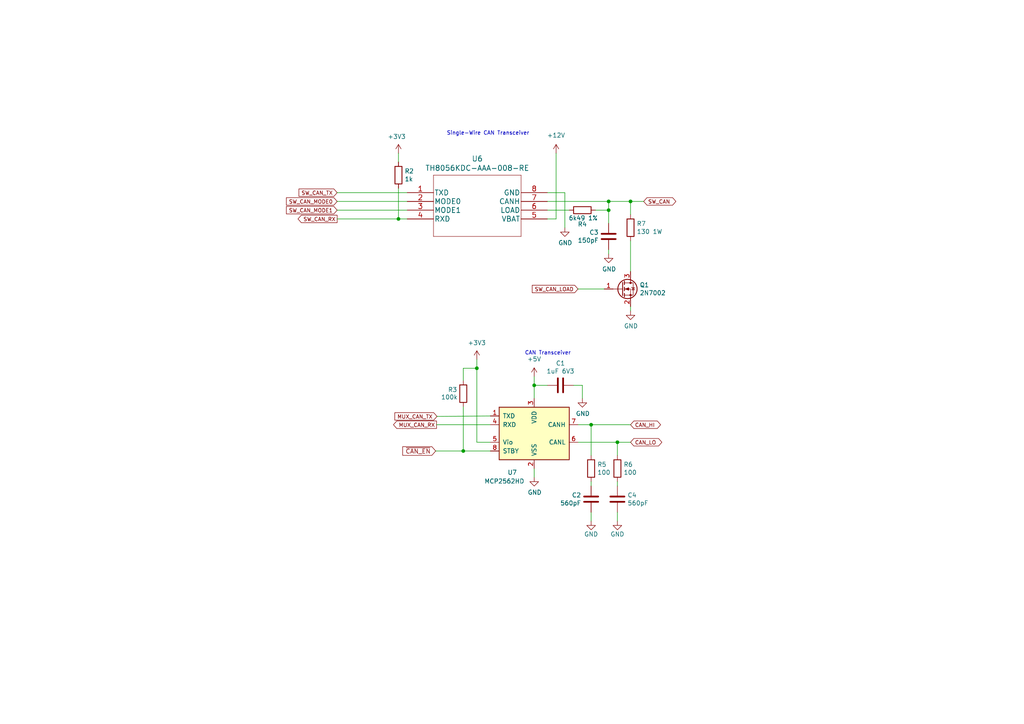
<source format=kicad_sch>
(kicad_sch (version 20211123) (generator eeschema)
  (paper "A4")
  (title_block (title "OBDII-Feather Interface") (date "2023-03-13") (rev "1.0") (company "Gavin Hurlbut"))
  (lib_symbols
    (symbol "Device:C" (pin_numbers hide) (pin_names (offset 0.254))
      (property "Reference" "C" (at 0.635 2.54 0))
      (property "Value" "C" (at 0.635 -2.54 0))
      (symbol "C_0_1"
        (polyline (pts (xy -2.032 -0.762) (xy 2.032 -0.762)) (stroke (width 0.508)))
        (polyline (pts (xy -2.032 0.762) (xy 2.032 0.762)) (stroke (width 0.508)))
      )
      (symbol "C_1_1"
        (pin passive line (at 0 3.81 270) (length 2.794) (name "~") (number "1"))
        (pin passive line (at 0 -3.81 90) (length 2.794) (name "~") (number "2"))
      )
    )
    (symbol "Device:R" (pin_numbers hide) (pin_names (offset 0))
      (property "Reference" "R" (at 2.032 0 90))
      (property "Value" "R" (at 0 0 90))
      (symbol "R_0_1"
        (rectangle (start -1.016 -2.54) (end 1.016 2.54) (stroke (width 0.254)))
      )
      (symbol "R_1_1"
        (pin passive line (at 0 3.81 270) (length 1.27) (name "~") (number "1"))
        (pin passive line (at 0 -3.81 90) (length 1.27) (name "~") (number "2"))
      )
    )
    (symbol "Interface_CAN_LIN:MCP2562-H-SN" (pin_names (offset 1.016))
      (property "Reference" "U" (at -10.16 8.89 0))
      (property "Value" "MCP2562-H-SN" (at 2.54 8.89 0))
      (symbol "MCP2562-H-SN_0_1"
        (rectangle (start -10.16 7.62) (end 10.16 -7.62) (stroke (width 0.254)) (fill (type background)))
      )
      (symbol "MCP2562-H-SN_1_1"
        (pin input line (at -12.7 5.08 0) (length 2.54) (name "TXD") (number "1"))
        (pin power_in line (at 0 -10.16 90) (length 2.54) (name "VSS") (number "2"))
        (pin power_in line (at 0 10.16 270) (length 2.54) (name "VDD") (number "3"))
        (pin output line (at -12.7 2.54 0) (length 2.54) (name "RXD") (number "4"))
        (pin power_in line (at -12.7 -2.54 0) (length 2.54) (name "Vio") (number "5"))
        (pin bidirectional line (at 12.7 -2.54 180) (length 2.54) (name "CANL") (number "6"))
        (pin bidirectional line (at 12.7 2.54 180) (length 2.54) (name "CANH") (number "7"))
        (pin input line (at -12.7 -5.08 0) (length 2.54) (name "STBY") (number "8"))
      )
    )
    (symbol "Transistor_FET:2N7002" (pin_names hide)
      (property "Reference" "Q" (at 5.08 1.905 0))
      (property "Value" "2N7002" (at 5.08 0 0))
      (symbol "2N7002_0_1"
        (polyline (pts (xy 0.254 0) (xy -2.54 0)))
        (polyline (pts (xy 0.254 1.905) (xy 0.254 -1.905)) (stroke (width 0.254)))
        (polyline (pts (xy 0.762 -1.27) (xy 0.762 -2.286)) (stroke (width 0.254)))
        (polyline (pts (xy 0.762 0.508) (xy 0.762 -0.508)) (stroke (width 0.254)))
        (polyline (pts (xy 0.762 2.286) (xy 0.762 1.27)) (stroke (width 0.254)))
        (polyline (pts (xy 2.54 2.54) (xy 2.54 1.778)))
        (polyline (pts (xy 2.54 -2.54) (xy 2.54 0) (xy 0.762 0)))
        (polyline (pts (xy 0.762 -1.778) (xy 3.302 -1.778) (xy 3.302 1.778) (xy 0.762 1.778)))
        (polyline (pts (xy 1.016 0) (xy 2.032 0.381) (xy 2.032 -0.381) (xy 1.016 0)) (fill (type outline)))
        (polyline (pts (xy 2.794 0.508) (xy 2.921 0.381) (xy 3.683 0.381) (xy 3.81 0.254)))
        (polyline (pts (xy 3.302 0.381) (xy 2.921 -0.254) (xy 3.683 -0.254) (xy 3.302 0.381)))
        (circle (center 1.651 0) (radius 2.794) (stroke (width 0.254)))
        (circle (center 2.54 -1.778) (radius 0.254) (fill (type outline)))
        (circle (center 2.54 1.778) (radius 0.254) (fill (type outline)))
      )
      (symbol "2N7002_1_1"
        (pin input line (at -5.08 0 0) (length 2.54) (name "G") (number "1"))
        (pin passive line (at 2.54 -5.08 90) (length 2.54) (name "S") (number "2"))
        (pin passive line (at 2.54 5.08 270) (length 2.54) (name "D") (number "3"))
      )
    )
    (symbol "UltraLibrarian:TH8056KDC-AAA-008-RE" (pin_names (offset 0.254))
      (property "Reference" "U" (at 20.32 10.16 0))
      (property "Value" "TH8056KDC-AAA-008-RE" (at 20.32 7.62 0))
      (symbol "TH8056KDC-AAA-008-RE_1_1"
        (polyline (pts (xy 7.62 -12.7) (xy 33.02 -12.7)) (stroke (width 0.127)))
        (polyline (pts (xy 7.62 5.08) (xy 7.62 -12.7)) (stroke (width 0.127)))
        (polyline (pts (xy 33.02 -12.7) (xy 33.02 5.08)) (stroke (width 0.127)))
        (polyline (pts (xy 33.02 5.08) (xy 7.62 5.08)) (stroke (width 0.127)))
        (pin unspecified line (at 0 0 0) (length 7.62) (name "TXD") (number "1"))
        (pin unspecified line (at 0 -2.54 0) (length 7.62) (name "MODE0") (number "2"))
        (pin unspecified line (at 0 -5.08 0) (length 7.62) (name "MODE1") (number "3"))
        (pin unspecified line (at 0 -7.62 0) (length 7.62) (name "RXD") (number "4"))
        (pin output line (at 40.64 -7.62 180) (length 7.62) (name "VBAT") (number "5"))
        (pin unspecified line (at 40.64 -5.08 180) (length 7.62) (name "LOAD") (number "6"))
        (pin unspecified line (at 40.64 -2.54 180) (length 7.62) (name "CANH") (number "7"))
        (pin power_in line (at 40.64 0 180) (length 7.62) (name "GND") (number "8"))
      )
    )
    (symbol "power:+12V" (power) (pin_names (offset 0))
      (property "Value" "+12V" (at 0 3.556 0))
      (symbol "+12V_0_1"
        (polyline (pts (xy -0.762 1.27) (xy 0 2.54)))
        (polyline (pts (xy 0 0) (xy 0 2.54)))
        (polyline (pts (xy 0 2.54) (xy 0.762 1.27)))
      )
      (symbol "+12V_1_1"
        (pin power_in line (at 0 0 90) (length 0) hide (name "+12V") (number "1"))
      )
    )
    (symbol "power:+3V3" (power) (pin_names (offset 0))
      (property "Value" "+3V3" (at 0 3.556 0))
      (symbol "+3V3_0_1"
        (polyline (pts (xy -0.762 1.27) (xy 0 2.54)))
        (polyline (pts (xy 0 0) (xy 0 2.54)))
        (polyline (pts (xy 0 2.54) (xy 0.762 1.27)))
      )
      (symbol "+3V3_1_1"
        (pin power_in line (at 0 0 90) (length 0) hide (name "+3V3") (number "1"))
      )
    )
    (symbol "power:+5V" (power) (pin_names (offset 0))
      (property "Value" "+5V" (at 0 3.556 0))
      (symbol "+5V_0_1"
        (polyline (pts (xy -0.762 1.27) (xy 0 2.54)))
        (polyline (pts (xy 0 0) (xy 0 2.54)))
        (polyline (pts (xy 0 2.54) (xy 0.762 1.27)))
      )
      (symbol "+5V_1_1"
        (pin power_in line (at 0 0 90) (length 0) hide (name "+5V") (number "1"))
      )
    )
    (symbol "power:GND" (power) (pin_names (offset 0))
      (property "Value" "GND" (at 0 -3.81 0))
      (symbol "GND_0_1"
        (polyline (pts (xy 0 0) (xy 0 -1.27) (xy 1.27 -1.27) (xy 0 -2.54) (xy -1.27 -1.27) (xy 0 -1.27)))
      )
      (symbol "GND_1_1"
        (pin power_in line (at 0 0 270) (length 0) hide (name "GND") (number "1"))
      )
    )
  )
  (junction (at 176.53 60.96))
  (junction (at 171.45 123.19))
  (junction (at 176.53 58.42))
  (junction (at 182.88 58.42))
  (junction (at 138.303 106.807))
  (junction (at 154.94 111.76))
  (junction (at 115.57 63.5))
  (junction (at 134.366 130.81))
  (junction (at 179.07 128.27))
  (wire (pts (xy 167.64 83.82) (xy 175.26 83.82)))
  (wire (pts (xy 163.83 55.88) (xy 163.83 66.04)))
  (wire (pts (xy 97.79 58.42) (xy 118.11 58.42)))
  (wire (pts (xy 167.64 128.27) (xy 179.07 128.27)))
  (wire (pts (xy 158.75 58.42) (xy 176.53 58.42)))
  (wire (pts (xy 134.366 117.983) (xy 134.366 130.81)))
  (wire (pts (xy 134.366 106.807) (xy 138.303 106.807)))
  (wire (pts (xy 126.365 130.81) (xy 134.366 130.81)))
  (wire (pts (xy 97.79 60.96) (xy 118.11 60.96)))
  (wire (pts (xy 158.75 60.96) (xy 165.1 60.96)))
  (wire (pts (xy 154.94 135.89) (xy 154.94 138.43)))
  (wire (pts (xy 138.303 128.27) (xy 138.303 106.807)))
  (wire (pts (xy 171.45 132.08) (xy 171.45 123.19)))
  (wire (pts (xy 134.366 130.81) (xy 142.24 130.81)))
  (wire (pts (xy 134.366 110.363) (xy 134.366 106.807)))
  (wire (pts (xy 126.619 123.19) (xy 142.24 123.19)))
  (wire (pts (xy 182.88 88.9) (xy 182.88 90.17)))
  (wire (pts (xy 171.45 139.7) (xy 171.45 140.97)))
  (wire (pts (xy 115.57 44.45) (xy 115.57 46.99)))
  (wire (pts (xy 179.07 139.7) (xy 179.07 140.97)))
  (wire (pts (xy 158.75 55.88) (xy 163.83 55.88)))
  (wire (pts (xy 171.45 123.19) (xy 167.64 123.19)))
  (wire (pts (xy 97.79 63.5) (xy 115.57 63.5)))
  (wire (pts (xy 154.94 111.76) (xy 158.75 111.76)))
  (wire (pts (xy 168.91 111.76) (xy 168.91 115.57)))
  (wire (pts (xy 142.24 128.27) (xy 138.303 128.27)))
  (wire (pts (xy 182.88 58.42) (xy 186.69 58.42)))
  (wire (pts (xy 179.07 128.27) (xy 179.07 132.08)))
  (wire (pts (xy 176.53 72.39) (xy 176.53 73.66)))
  (wire (pts (xy 115.57 54.61) (xy 115.57 63.5)))
  (wire (pts (xy 179.07 148.59) (xy 179.07 151.13)))
  (wire (pts (xy 171.45 123.19) (xy 182.88 123.19)))
  (wire (pts (xy 154.94 109.22) (xy 154.94 111.76)))
  (wire (pts (xy 176.53 60.96) (xy 176.53 64.77)))
  (wire (pts (xy 182.88 62.23) (xy 182.88 58.42)))
  (wire (pts (xy 166.37 111.76) (xy 168.91 111.76)))
  (wire (pts (xy 179.07 128.27) (xy 182.88 128.27)))
  (wire (pts (xy 97.79 55.88) (xy 118.11 55.88)))
  (wire (pts (xy 182.88 58.42) (xy 176.53 58.42)))
  (wire (pts (xy 154.94 111.76) (xy 154.94 115.57)))
  (wire (pts (xy 182.88 69.85) (xy 182.88 78.74)))
  (wire (pts (xy 115.57 63.5) (xy 118.11 63.5)))
  (wire (pts (xy 161.29 44.45) (xy 161.29 63.5)))
  (wire (pts (xy 138.303 106.807) (xy 138.303 104.267)))
  (wire (pts (xy 158.75 63.5) (xy 161.29 63.5)))
  (wire (pts (xy 171.45 148.59) (xy 171.45 151.13)))
  (wire (pts (xy 176.53 58.42) (xy 176.53 60.96)))
  (wire (pts (xy 172.72 60.96) (xy 176.53 60.96)))
  (wire (pts (xy 126.746 120.777) (xy 142.24 120.65)))
  (text "CAN Transceiver" (at 165.608 103.124 180) (effects (font (size 1.0922 1.0922)) (justify right bottom)))
  (text "Single-Wire CAN Transceiver" (at 129.54 39.37 0) (effects (font (size 1.0922 1.0922)) (justify left bottom)))
  (global_label "SW_CAN" (shape bidirectional) (at 186.69 58.42 0) (effects (font (size 1.0922 1.0922))) (property "Intersheet References" "${INTERSHEET_REFS}" (effects hide)))
  (global_label "CAN_LO" (shape bidirectional) (at 182.88 128.27 0) (effects (font (size 1.0922 1.0922))) (property "Intersheet References" "${INTERSHEET_REFS}" (effects hide)))
  (global_label "~{CAN_EN}" (shape input) (at 126.365 130.81 180) (property "Intersheet References" "${INTERSHEET_REFS}" (effects hide)))
  (global_label "SW_CAN_MODE1" (shape input) (at 97.79 60.96 180) (effects (font (size 1.0922 1.0922))) (property "Intersheet References" "${INTERSHEET_REFS}" (effects hide)))
  (global_label "SW_CAN_LOAD" (shape input) (at 167.64 83.82 180) (effects (font (size 1.0922 1.0922))) (property "Intersheet References" "${INTERSHEET_REFS}" (effects hide)))
  (global_label "MUX_CAN_RX" (shape output) (at 126.619 123.19 180) (effects (font (size 1.0922 1.0922))) (property "Intersheet References" "${INTERSHEET_REFS}" (effects hide)))
  (global_label "SW_CAN_RX" (shape output) (at 97.79 63.5 180) (effects (font (size 1.0922 1.0922))) (property "Intersheet References" "${INTERSHEET_REFS}" (effects hide)))
  (global_label "CAN_HI" (shape bidirectional) (at 182.88 123.19 0) (effects (font (size 1.0922 1.0922))) (property "Intersheet References" "${INTERSHEET_REFS}" (effects hide)))
  (global_label "SW_CAN_TX" (shape input) (at 97.79 55.88 180) (effects (font (size 1.0922 1.0922))) (property "Intersheet References" "${INTERSHEET_REFS}" (effects hide)))
  (global_label "SW_CAN_MODE0" (shape input) (at 97.79 58.42 180) (effects (font (size 1.0922 1.0922))) (property "Intersheet References" "${INTERSHEET_REFS}" (effects hide)))
  (global_label "MUX_CAN_TX" (shape input) (at 126.746 120.777 180) (effects (font (size 1.0922 1.0922))) (property "Intersheet References" "${INTERSHEET_REFS}" (effects hide)))
  (symbol (lib_id "power:GND") (at 168.91 115.57 0) (unit 1)
    (property "Reference" "#PWR020" (effects hide))
    (property "Value" "GND" (at 169.037 119.9642 0))
  )
  (symbol (lib_id "power:GND") (at 176.53 73.66 0) (unit 1)
    (property "Reference" "#PWR022" (effects hide))
    (property "Value" "GND" (at 176.657 78.0542 0))
  )
  (symbol (lib_id "power:GND") (at 171.45 151.13 0) (unit 1)
    (property "Reference" "#PWR021" (effects hide))
    (property "Value" "GND" (at 171.45 154.94 0))
  )
  (symbol (lib_id "power:GND") (at 179.07 151.13 0) (unit 1)
    (property "Reference" "#PWR023" (effects hide))
    (property "Value" "GND" (at 179.07 154.94 0))
  )
  (symbol (lib_id "Device:R") (at 179.07 135.89 0) (unit 1)
    (property "Reference" "R6" (at 180.848 134.7216 0) (effects (justify left)))
    (property "Value" "100" (at 180.848 137.033 0) (effects (justify left)))
    (property "Footprint" "Resistor_SMD:R_0805_2012Metric_Pad1.20x1.40mm_HandSolder" (effects hide))
  )
  (symbol (lib_id "power:+5V") (at 154.94 109.22 0) (unit 1)
    (property "Reference" "#PWR016" (effects hide))
    (property "Value" "+5V" (at 154.94 104.14 0))
  )
  (symbol (lib_id "Device:R") (at 134.366 114.173 0) (unit 1)
    (property "Reference" "R3" (at 129.921 113.03 0) (effects (justify left)))
    (property "Value" "100k" (at 127.889 115.189 0) (effects (justify left)))
    (property "Footprint" "Resistor_SMD:R_0805_2012Metric_Pad1.20x1.40mm_HandSolder" (effects hide))
  )
  (symbol (lib_id "power:GND") (at 163.83 66.04 0) (unit 1)
    (property "Reference" "#PWR019" (effects hide))
    (property "Value" "GND" (at 163.957 70.4342 0))
  )
  (symbol (lib_id "Device:C") (at 176.53 68.58 0) (mirror x) (unit 1)
    (property "Reference" "C3" (at 173.6344 67.4116 0) (effects (justify right)))
    (property "Value" "150pF" (at 173.6344 69.723 0) (effects (justify right)))
    (property "Footprint" "Capacitor_SMD:C_0805_2012Metric_Pad1.18x1.45mm_HandSolder" (effects hide))
  )
  (symbol (lib_id "power:+3V3") (at 115.57 44.45 0) (unit 1)
    (property "Reference" "#PWR014" (effects hide))
    (property "Value" "+3V3" (at 115.062 39.624 0))
  )
  (symbol (lib_id "power:+12V") (at 161.29 44.45 0) (unit 1)
    (property "Reference" "#PWR018" (effects hide))
    (property "Value" "+12V" (at 161.29 39.243 0))
  )
  (symbol (lib_id "Transistor_FET:2N7002") (at 180.34 83.82 0) (unit 1)
    (property "Reference" "Q1" (at 185.5216 82.6516 0) (effects (justify left)))
    (property "Value" "2N7002" (at 185.5216 84.963 0) (effects (justify left)))
    (property "Footprint" "Package_TO_SOT_SMD:SOT-23" (effects hide))
    (property "Datasheet" "https://www.onsemi.com/pub/Collateral/NDS7002A-D.PDF" (effects hide))
  )
  (symbol (lib_id "Device:R") (at 168.91 60.96 270) (unit 1)
    (property "Reference" "R4" (at 168.91 65.024 90))
    (property "Value" "6k49 1%" (at 169.164 63.246 90))
    (property "Footprint" "Resistor_SMD:R_0805_2012Metric_Pad1.20x1.40mm_HandSolder" (effects hide))
  )
  (symbol (lib_id "Device:R") (at 182.88 66.04 0) (unit 1)
    (property "Reference" "R7" (at 184.658 64.8716 0) (effects (justify left)))
    (property "Value" "130 1W" (at 184.658 67.183 0) (effects (justify left)))
    (property "Footprint" "Resistor_SMD:R_2512_6332Metric_Pad1.40x3.35mm_HandSolder" (effects hide))
  )
  (symbol (lib_id "Device:C") (at 162.56 111.76 270) (unit 1)
    (property "Reference" "C1" (at 162.56 105.3592 90))
    (property "Value" "1uF 6V3" (at 162.56 107.6706 90))
    (property "Footprint" "Capacitor_SMD:C_0805_2012Metric_Pad1.18x1.45mm_HandSolder" (effects hide))
  )
  (symbol (lib_id "UltraLibrarian:TH8056KDC-AAA-008-RE") (at 118.11 55.88 0) (unit 1)
    (property "Reference" "U6" (at 138.43 46.0502 0) (effects (font (size 1.524 1.524))))
    (property "Value" "TH8056KDC-AAA-008-RE" (at 138.43 48.7426 0) (effects (font (size 1.524 1.524))))
    (property "Footprint" "UltraLibrarian:TH8056KDC-AAA-008-RE" (effects hide))
    (property "Datasheet" "https://www.st.com/resource/en/datasheet/lm139.pdf" (effects hide))
  )
  (symbol (lib_id "Device:R") (at 171.45 135.89 0) (unit 1)
    (property "Reference" "R5" (at 173.228 134.7216 0) (effects (justify left)))
    (property "Value" "100" (at 173.228 137.033 0) (effects (justify left)))
    (property "Footprint" "Resistor_SMD:R_0805_2012Metric_Pad1.20x1.40mm_HandSolder" (effects hide))
  )
  (symbol (lib_id "power:GND") (at 182.88 90.17 0) (unit 1)
    (property "Reference" "#PWR024" (effects hide))
    (property "Value" "GND" (at 183.007 94.5642 0))
  )
  (symbol (lib_id "power:+3V3") (at 138.303 104.267 0) (unit 1)
    (property "Reference" "#PWR015" (effects hide))
    (property "Value" "+3V3" (at 138.303 99.441 0))
  )
  (symbol (lib_id "Device:R") (at 115.57 50.8 0) (unit 1)
    (property "Reference" "R2" (at 117.348 49.6316 0) (effects (justify left)))
    (property "Value" "1k" (at 117.348 51.943 0) (effects (justify left)))
    (property "Footprint" "Resistor_SMD:R_0805_2012Metric_Pad1.20x1.40mm_HandSolder" (effects hide))
  )
  (symbol (lib_id "Device:C") (at 179.07 144.78 0) (unit 1)
    (property "Reference" "C4" (at 181.991 143.6116 0) (effects (justify left)))
    (property "Value" "560pF" (at 181.991 145.923 0) (effects (justify left)))
    (property "Footprint" "Capacitor_SMD:C_0805_2012Metric_Pad1.18x1.45mm_HandSolder" (effects hide))
  )
  (symbol (lib_id "Interface_CAN_LIN:MCP2562-H-SN") (at 154.94 125.73 0) (unit 1)
    (property "Reference" "U7" (at 147.193 137.033 0) (effects (justify left)))
    (property "Value" "MCP2562HD" (at 140.462 139.573 0) (effects (justify left)))
    (property "Footprint" "Package_SO:SOIC-8_3.9x4.9mm_P1.27mm" (effects hide))
    (property "Datasheet" "http://ww1.microchip.com/downloads/en/DeviceDoc/25167A.pdf" (effects hide))
  )
  (symbol (lib_id "power:GND") (at 154.94 138.43 0) (unit 1)
    (property "Reference" "#PWR017" (effects hide))
    (property "Value" "GND" (at 155.067 142.8242 0))
  )
  (symbol (lib_id "Device:C") (at 171.45 144.78 0) (mirror x) (unit 1)
    (property "Reference" "C2" (at 168.5544 143.6116 0) (effects (justify right)))
    (property "Value" "560pF" (at 168.5544 145.923 0) (effects (justify right)))
    (property "Footprint" "Capacitor_SMD:C_0805_2012Metric_Pad1.18x1.45mm_HandSolder" (effects hide))
  )
)
</source>
